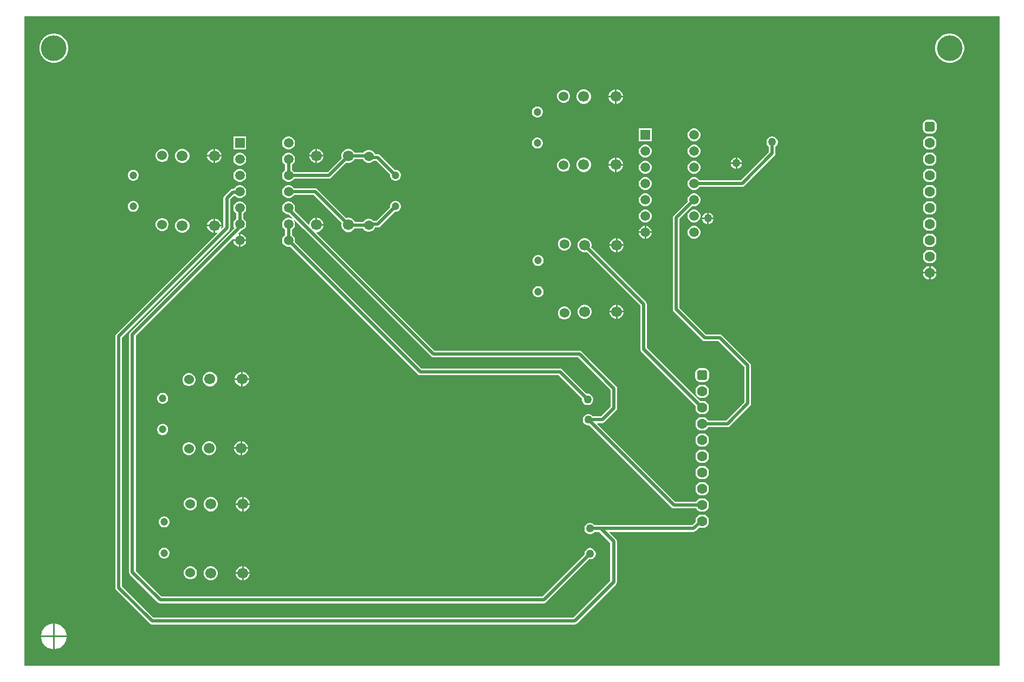
<source format=gbl>
G04*
G04 #@! TF.GenerationSoftware,Altium Limited,Altium Designer,25.8.1 (18)*
G04*
G04 Layer_Physical_Order=2*
G04 Layer_Color=16711680*
%FSLAX44Y44*%
%MOMM*%
G71*
G04*
G04 #@! TF.SameCoordinates,729A6F0E-C14C-4E7B-A74A-3A0F7BF57B29*
G04*
G04*
G04 #@! TF.FilePolarity,Positive*
G04*
G01*
G75*
%ADD13C,0.5000*%
%ADD35C,4.0000*%
%ADD36C,1.6000*%
G04:AMPARAMS|DCode=37|XSize=1.6mm|YSize=1.6mm|CornerRadius=0.4mm|HoleSize=0mm|Usage=FLASHONLY|Rotation=270.000|XOffset=0mm|YOffset=0mm|HoleType=Round|Shape=RoundedRectangle|*
%AMROUNDEDRECTD37*
21,1,1.6000,0.8000,0,0,270.0*
21,1,0.8000,1.6000,0,0,270.0*
1,1,0.8000,-0.4000,-0.4000*
1,1,0.8000,-0.4000,0.4000*
1,1,0.8000,0.4000,0.4000*
1,1,0.8000,0.4000,-0.4000*
%
%ADD37ROUNDEDRECTD37*%
%ADD38C,1.5240*%
%ADD39C,1.7000*%
%ADD40C,1.2000*%
%ADD41R,1.5000X1.5000*%
%ADD42C,1.5000*%
%ADD43C,1.2700*%
G36*
X1524000Y0D02*
X0D01*
Y1016000D01*
X1524000D01*
Y0D01*
D02*
G37*
%LPC*%
G36*
X1448220Y988540D02*
X1443780D01*
X1439425Y987674D01*
X1435323Y985975D01*
X1431632Y983508D01*
X1428492Y980368D01*
X1426025Y976677D01*
X1424326Y972575D01*
X1423460Y968220D01*
Y963780D01*
X1424326Y959425D01*
X1426025Y955323D01*
X1428492Y951632D01*
X1431632Y948492D01*
X1435323Y946025D01*
X1439425Y944326D01*
X1443780Y943460D01*
X1448220D01*
X1452575Y944326D01*
X1456677Y946025D01*
X1460368Y948492D01*
X1463508Y951632D01*
X1465975Y955323D01*
X1467674Y959425D01*
X1468540Y963780D01*
Y968220D01*
X1467674Y972575D01*
X1465975Y976677D01*
X1463508Y980368D01*
X1460368Y983508D01*
X1456677Y985975D01*
X1452575Y987674D01*
X1448220Y988540D01*
D02*
G37*
G36*
X48220D02*
X43780D01*
X39425Y987674D01*
X35323Y985975D01*
X31632Y983508D01*
X28492Y980368D01*
X26025Y976677D01*
X24326Y972575D01*
X23460Y968220D01*
Y963780D01*
X24326Y959425D01*
X26025Y955323D01*
X28492Y951632D01*
X31632Y948492D01*
X35323Y946025D01*
X39425Y944326D01*
X43780Y943460D01*
X48220D01*
X52575Y944326D01*
X56677Y946025D01*
X60368Y948492D01*
X63508Y951632D01*
X65975Y955323D01*
X67674Y959425D01*
X68540Y963780D01*
Y968220D01*
X67674Y972575D01*
X65975Y976677D01*
X63508Y980368D01*
X60368Y983508D01*
X56677Y985975D01*
X52575Y987674D01*
X48220Y988540D01*
D02*
G37*
G36*
X925614Y901310D02*
X925430D01*
Y891540D01*
X935200D01*
Y891723D01*
X934448Y894531D01*
X932994Y897049D01*
X930939Y899104D01*
X928421Y900558D01*
X925614Y901310D01*
D02*
G37*
G36*
X922890D02*
X922707D01*
X919899Y900558D01*
X917382Y899104D01*
X915326Y897049D01*
X913873Y894531D01*
X913120Y891723D01*
Y891540D01*
X922890D01*
Y901310D01*
D02*
G37*
G36*
X843979Y901090D02*
X841304D01*
X838720Y900397D01*
X836404Y899060D01*
X834512Y897168D01*
X833174Y894852D01*
X832482Y892268D01*
Y889592D01*
X833174Y887008D01*
X834512Y884691D01*
X836404Y882800D01*
X838720Y881462D01*
X841304Y880770D01*
X843979D01*
X846564Y881462D01*
X848880Y882800D01*
X850772Y884691D01*
X852110Y887008D01*
X852802Y889592D01*
Y892268D01*
X852110Y894852D01*
X850772Y897168D01*
X848880Y899060D01*
X846564Y900397D01*
X843979Y901090D01*
D02*
G37*
G36*
X935200Y889000D02*
X925430D01*
Y879230D01*
X925614D01*
X928421Y879982D01*
X930939Y881436D01*
X932994Y883491D01*
X934448Y886009D01*
X935200Y888817D01*
Y889000D01*
D02*
G37*
G36*
X922890D02*
X913120D01*
Y888817D01*
X913873Y886009D01*
X915326Y883491D01*
X917382Y881436D01*
X919899Y879982D01*
X922707Y879230D01*
X922890D01*
Y889000D01*
D02*
G37*
G36*
X875613Y901310D02*
X872706D01*
X869899Y900558D01*
X867381Y899104D01*
X865326Y897049D01*
X863872Y894531D01*
X863120Y891723D01*
Y888817D01*
X863872Y886009D01*
X865326Y883491D01*
X867381Y881436D01*
X869899Y879982D01*
X872706Y879230D01*
X875613D01*
X878421Y879982D01*
X880938Y881436D01*
X882994Y883491D01*
X884447Y886009D01*
X885200Y888817D01*
Y891723D01*
X884447Y894531D01*
X882994Y897049D01*
X880938Y899104D01*
X878421Y900558D01*
X875613Y901310D01*
D02*
G37*
G36*
X802750Y874950D02*
X800501D01*
X798329Y874368D01*
X796382Y873244D01*
X794792Y871654D01*
X793668Y869707D01*
X793085Y867535D01*
Y865286D01*
X793668Y863114D01*
X794792Y861167D01*
X796382Y859577D01*
X798329Y858452D01*
X800501Y857870D01*
X802750D01*
X804922Y858452D01*
X806869Y859577D01*
X808459Y861167D01*
X809584Y863114D01*
X810165Y865286D01*
Y867535D01*
X809584Y869707D01*
X808459Y871654D01*
X806869Y873244D01*
X804922Y874368D01*
X802750Y874950D01*
D02*
G37*
G36*
X1418780Y853876D02*
X1410780D01*
X1409073Y853652D01*
X1407482Y852993D01*
X1406116Y851944D01*
X1405067Y850578D01*
X1404408Y848987D01*
X1404184Y847280D01*
Y839280D01*
X1404408Y837573D01*
X1405067Y835982D01*
X1406116Y834616D01*
X1407482Y833567D01*
X1409073Y832908D01*
X1410780Y832684D01*
X1418780D01*
X1420487Y832908D01*
X1422078Y833567D01*
X1423444Y834616D01*
X1424493Y835982D01*
X1425152Y837573D01*
X1425376Y839280D01*
Y847280D01*
X1425152Y848987D01*
X1424493Y850578D01*
X1423444Y851944D01*
X1422078Y852993D01*
X1420487Y853652D01*
X1418780Y853876D01*
D02*
G37*
G36*
X1047802Y840620D02*
X1045158D01*
X1042605Y839936D01*
X1040315Y838614D01*
X1038446Y836745D01*
X1037124Y834455D01*
X1036440Y831902D01*
Y829258D01*
X1037124Y826705D01*
X1038446Y824415D01*
X1040315Y822546D01*
X1042605Y821224D01*
X1045158Y820540D01*
X1047802D01*
X1050355Y821224D01*
X1052645Y822546D01*
X1054514Y824415D01*
X1055836Y826705D01*
X1056520Y829258D01*
Y831902D01*
X1055836Y834455D01*
X1054514Y836745D01*
X1052645Y838614D01*
X1050355Y839936D01*
X1047802Y840620D01*
D02*
G37*
G36*
X980320D02*
X960240D01*
Y820540D01*
X980320D01*
Y840620D01*
D02*
G37*
G36*
X802750Y826150D02*
X800501D01*
X798329Y825568D01*
X796382Y824444D01*
X794792Y822854D01*
X793668Y820907D01*
X793085Y818735D01*
Y816486D01*
X793668Y814314D01*
X794792Y812367D01*
X796382Y810777D01*
X798329Y809652D01*
X800501Y809070D01*
X802750D01*
X804922Y809652D01*
X806869Y810777D01*
X808459Y812367D01*
X809584Y814314D01*
X810165Y816486D01*
Y818735D01*
X809584Y820907D01*
X808459Y822854D01*
X806869Y824444D01*
X804922Y825568D01*
X802750Y826150D01*
D02*
G37*
G36*
X414072Y827920D02*
X411428D01*
X408875Y827236D01*
X406585Y825914D01*
X404716Y824045D01*
X403394Y821755D01*
X402710Y819202D01*
Y816558D01*
X403394Y814005D01*
X404716Y811715D01*
X406585Y809846D01*
X408875Y808524D01*
X411428Y807840D01*
X414072D01*
X416625Y808524D01*
X418915Y809846D01*
X420784Y811715D01*
X422106Y814005D01*
X422790Y816558D01*
Y819202D01*
X422106Y821755D01*
X420784Y824045D01*
X418915Y825914D01*
X416625Y827236D01*
X414072Y827920D01*
D02*
G37*
G36*
X346590D02*
X326510D01*
Y807840D01*
X346590D01*
Y827920D01*
D02*
G37*
G36*
X1416168Y828420D02*
X1413392D01*
X1410712Y827702D01*
X1408308Y826314D01*
X1406346Y824352D01*
X1404958Y821948D01*
X1404240Y819268D01*
Y816492D01*
X1404958Y813812D01*
X1406346Y811408D01*
X1408308Y809446D01*
X1410712Y808058D01*
X1413392Y807340D01*
X1416168D01*
X1418848Y808058D01*
X1421252Y809446D01*
X1423214Y811408D01*
X1424602Y813812D01*
X1425320Y816492D01*
Y819268D01*
X1424602Y821948D01*
X1423214Y824352D01*
X1421252Y826314D01*
X1418848Y827702D01*
X1416168Y828420D01*
D02*
G37*
G36*
X457783Y808600D02*
X457600D01*
Y798830D01*
X467370D01*
Y799013D01*
X466617Y801821D01*
X465164Y804339D01*
X463108Y806394D01*
X460591Y807848D01*
X457783Y808600D01*
D02*
G37*
G36*
X298234D02*
X298050D01*
Y798830D01*
X307820D01*
Y799013D01*
X307068Y801821D01*
X305614Y804339D01*
X303559Y806394D01*
X301042Y807848D01*
X298234Y808600D01*
D02*
G37*
G36*
X295510D02*
X295327D01*
X292519Y807848D01*
X290002Y806394D01*
X287946Y804339D01*
X286493Y801821D01*
X285740Y799013D01*
Y798830D01*
X295510D01*
Y808600D01*
D02*
G37*
G36*
X455060D02*
X454876D01*
X452068Y807848D01*
X449551Y806394D01*
X447496Y804339D01*
X446042Y801821D01*
X445290Y799013D01*
Y798830D01*
X455060D01*
Y808600D01*
D02*
G37*
G36*
X1047802Y815220D02*
X1045158D01*
X1042605Y814536D01*
X1040315Y813214D01*
X1038446Y811345D01*
X1037124Y809055D01*
X1036440Y806502D01*
Y803858D01*
X1037124Y801305D01*
X1038446Y799015D01*
X1040315Y797146D01*
X1042605Y795824D01*
X1045158Y795140D01*
X1047802D01*
X1050355Y795824D01*
X1052645Y797146D01*
X1054514Y799015D01*
X1055836Y801305D01*
X1056520Y803858D01*
Y806502D01*
X1055836Y809055D01*
X1054514Y811345D01*
X1052645Y813214D01*
X1050355Y814536D01*
X1047802Y815220D01*
D02*
G37*
G36*
X971602D02*
X968958D01*
X966405Y814536D01*
X964115Y813214D01*
X962246Y811345D01*
X960924Y809055D01*
X960240Y806502D01*
Y803858D01*
X960924Y801305D01*
X962246Y799015D01*
X964115Y797146D01*
X966405Y795824D01*
X968958Y795140D01*
X971602D01*
X974155Y795824D01*
X976445Y797146D01*
X978314Y799015D01*
X979636Y801305D01*
X980320Y803858D01*
Y806502D01*
X979636Y809055D01*
X978314Y811345D01*
X976445Y813214D01*
X974155Y814536D01*
X971602Y815220D01*
D02*
G37*
G36*
X216601Y808380D02*
X213926D01*
X211342Y807688D01*
X209025Y806350D01*
X207133Y804458D01*
X205796Y802141D01*
X205103Y799557D01*
Y796882D01*
X205796Y794298D01*
X207133Y791982D01*
X209025Y790090D01*
X211342Y788752D01*
X213926Y788060D01*
X216601D01*
X219185Y788752D01*
X221502Y790090D01*
X223393Y791982D01*
X224731Y794298D01*
X225424Y796882D01*
Y799557D01*
X224731Y802141D01*
X223393Y804458D01*
X221502Y806350D01*
X219185Y807688D01*
X216601Y808380D01*
D02*
G37*
G36*
X1113790Y794993D02*
Y787400D01*
X1121383D01*
X1120804Y789561D01*
X1119634Y791589D01*
X1117979Y793244D01*
X1115951Y794414D01*
X1113790Y794993D01*
D02*
G37*
G36*
X1111250D02*
X1109089Y794414D01*
X1107061Y793244D01*
X1105406Y791589D01*
X1104236Y789561D01*
X1103657Y787400D01*
X1111250D01*
Y794993D01*
D02*
G37*
G36*
X467370Y796290D02*
X457600D01*
Y786520D01*
X457783D01*
X460591Y787272D01*
X463108Y788726D01*
X465164Y790781D01*
X466617Y793299D01*
X467370Y796107D01*
Y796290D01*
D02*
G37*
G36*
X455060D02*
X445290D01*
Y796107D01*
X446042Y793299D01*
X447496Y790781D01*
X449551Y788726D01*
X452068Y787272D01*
X454876Y786520D01*
X455060D01*
Y796290D01*
D02*
G37*
G36*
X307820D02*
X298050D01*
Y786520D01*
X298234D01*
X301042Y787272D01*
X303559Y788726D01*
X305614Y790781D01*
X307068Y793299D01*
X307820Y796107D01*
Y796290D01*
D02*
G37*
G36*
X295510D02*
X285740D01*
Y796107D01*
X286493Y793299D01*
X287946Y790781D01*
X290002Y788726D01*
X292519Y787272D01*
X295327Y786520D01*
X295510D01*
Y796290D01*
D02*
G37*
G36*
X248233Y808600D02*
X245326D01*
X242519Y807848D01*
X240001Y806394D01*
X237946Y804339D01*
X236492Y801821D01*
X235740Y799013D01*
Y796107D01*
X236492Y793299D01*
X237946Y790781D01*
X240001Y788726D01*
X242519Y787272D01*
X245326Y786520D01*
X248233D01*
X251041Y787272D01*
X253559Y788726D01*
X255614Y790781D01*
X257067Y793299D01*
X257820Y796107D01*
Y799013D01*
X257067Y801821D01*
X255614Y804339D01*
X253559Y806394D01*
X251041Y807848D01*
X248233Y808600D01*
D02*
G37*
G36*
X925614Y794630D02*
X925430D01*
Y784860D01*
X935200D01*
Y785043D01*
X934448Y787851D01*
X932994Y790369D01*
X930939Y792424D01*
X928421Y793878D01*
X925614Y794630D01*
D02*
G37*
G36*
X922890D02*
X922707D01*
X919899Y793878D01*
X917382Y792424D01*
X915326Y790369D01*
X913873Y787851D01*
X913120Y785043D01*
Y784860D01*
X922890D01*
Y794630D01*
D02*
G37*
G36*
X337872Y802520D02*
X335228D01*
X332675Y801836D01*
X330385Y800514D01*
X328516Y798645D01*
X327194Y796355D01*
X326510Y793802D01*
Y791158D01*
X327194Y788605D01*
X328516Y786315D01*
X330385Y784446D01*
X332675Y783124D01*
X335228Y782440D01*
X337872D01*
X340425Y783124D01*
X342715Y784446D01*
X344584Y786315D01*
X345906Y788605D01*
X346590Y791158D01*
Y793802D01*
X345906Y796355D01*
X344584Y798645D01*
X342715Y800514D01*
X340425Y801836D01*
X337872Y802520D01*
D02*
G37*
G36*
X1416168Y803020D02*
X1413392D01*
X1410712Y802302D01*
X1408308Y800914D01*
X1406346Y798952D01*
X1404958Y796548D01*
X1404240Y793868D01*
Y791092D01*
X1404958Y788412D01*
X1406346Y786008D01*
X1408308Y784046D01*
X1410712Y782658D01*
X1413392Y781940D01*
X1416168D01*
X1418848Y782658D01*
X1421252Y784046D01*
X1423214Y786008D01*
X1424602Y788412D01*
X1425320Y791092D01*
Y793868D01*
X1424602Y796548D01*
X1423214Y798952D01*
X1421252Y800914D01*
X1418848Y802302D01*
X1416168Y803020D01*
D02*
G37*
G36*
X1121383Y784860D02*
X1113790D01*
Y777267D01*
X1115951Y777846D01*
X1117979Y779016D01*
X1119634Y780671D01*
X1120804Y782699D01*
X1121383Y784860D01*
D02*
G37*
G36*
X1111250D02*
X1103657D01*
X1104236Y782699D01*
X1105406Y780671D01*
X1107061Y779016D01*
X1109089Y777846D01*
X1111250Y777267D01*
Y784860D01*
D02*
G37*
G36*
X843979Y793090D02*
X841304D01*
X838720Y792398D01*
X836404Y791060D01*
X834512Y789168D01*
X833174Y786852D01*
X832482Y784268D01*
Y781592D01*
X833174Y779008D01*
X834512Y776692D01*
X836404Y774800D01*
X838720Y773463D01*
X841304Y772770D01*
X843979D01*
X846564Y773463D01*
X848880Y774800D01*
X850772Y776692D01*
X852110Y779008D01*
X852802Y781592D01*
Y784268D01*
X852110Y786852D01*
X850772Y789168D01*
X848880Y791060D01*
X846564Y792398D01*
X843979Y793090D01*
D02*
G37*
G36*
X935200Y782320D02*
X925430D01*
Y772550D01*
X925614D01*
X928421Y773302D01*
X930939Y774756D01*
X932994Y776811D01*
X934448Y779329D01*
X935200Y782137D01*
Y782320D01*
D02*
G37*
G36*
X922890D02*
X913120D01*
Y782137D01*
X913873Y779329D01*
X915326Y776811D01*
X917382Y774756D01*
X919899Y773302D01*
X922707Y772550D01*
X922890D01*
Y782320D01*
D02*
G37*
G36*
X875613Y794630D02*
X872706D01*
X869899Y793878D01*
X867381Y792424D01*
X865326Y790369D01*
X863872Y787851D01*
X863120Y785043D01*
Y782137D01*
X863872Y779329D01*
X865326Y776811D01*
X867381Y774756D01*
X869899Y773302D01*
X872706Y772550D01*
X875613D01*
X878421Y773302D01*
X880938Y774756D01*
X882994Y776811D01*
X884447Y779329D01*
X885200Y782137D01*
Y785043D01*
X884447Y787851D01*
X882994Y790369D01*
X880938Y792424D01*
X878421Y793878D01*
X875613Y794630D01*
D02*
G37*
G36*
X507784Y808600D02*
X504877D01*
X502069Y807848D01*
X499552Y806394D01*
X497496Y804339D01*
X496043Y801821D01*
X495290Y799013D01*
Y796107D01*
X495780Y794277D01*
X473722Y772219D01*
X421376D01*
X420784Y773245D01*
X418915Y775114D01*
X417889Y775706D01*
Y783854D01*
X418915Y784446D01*
X420784Y786315D01*
X422106Y788605D01*
X422790Y791158D01*
Y793802D01*
X422106Y796355D01*
X420784Y798645D01*
X418915Y800514D01*
X416625Y801836D01*
X414072Y802520D01*
X411428D01*
X408875Y801836D01*
X406585Y800514D01*
X404716Y798645D01*
X403394Y796355D01*
X402710Y793802D01*
Y791158D01*
X403394Y788605D01*
X404716Y786315D01*
X406585Y784446D01*
X407611Y783854D01*
Y775706D01*
X406585Y775114D01*
X404716Y773245D01*
X403394Y770955D01*
X402710Y768402D01*
Y765758D01*
X403394Y763205D01*
X404716Y760915D01*
X406585Y759046D01*
X408875Y757724D01*
X411428Y757040D01*
X414072D01*
X416625Y757724D01*
X418915Y759046D01*
X420784Y760915D01*
X421376Y761941D01*
X475850D01*
X477817Y762332D01*
X479484Y763446D01*
X503048Y787010D01*
X504877Y786520D01*
X507784D01*
X510592Y787272D01*
X513109Y788726D01*
X515164Y790781D01*
X515935Y792116D01*
X529139D01*
X529950Y790712D01*
X531842Y788820D01*
X534159Y787482D01*
X536743Y786790D01*
X539418D01*
X542002Y787482D01*
X544319Y788820D01*
X545350Y789852D01*
X550221D01*
X571482Y768592D01*
X571450Y768475D01*
Y766226D01*
X572032Y764054D01*
X573157Y762107D01*
X574747Y760517D01*
X576694Y759392D01*
X578866Y758810D01*
X581115D01*
X583287Y759392D01*
X585234Y760517D01*
X586824Y762107D01*
X587948Y764054D01*
X588530Y766226D01*
Y768475D01*
X587948Y770647D01*
X586824Y772594D01*
X585234Y774184D01*
X583287Y775308D01*
X581115Y775890D01*
X578866D01*
X578749Y775859D01*
X555983Y798624D01*
X554316Y799738D01*
X552349Y800129D01*
X547747D01*
X547548Y800872D01*
X546210Y803188D01*
X544319Y805080D01*
X542002Y806417D01*
X539418Y807110D01*
X536743D01*
X534159Y806417D01*
X531842Y805080D01*
X529950Y803188D01*
X529492Y802394D01*
X516287D01*
X515164Y804339D01*
X513109Y806394D01*
X510592Y807848D01*
X507784Y808600D01*
D02*
G37*
G36*
X1047802Y789820D02*
X1045158D01*
X1042605Y789136D01*
X1040315Y787814D01*
X1038446Y785945D01*
X1037124Y783655D01*
X1036440Y781102D01*
Y778458D01*
X1037124Y775905D01*
X1038446Y773615D01*
X1040315Y771746D01*
X1042605Y770424D01*
X1045158Y769740D01*
X1047802D01*
X1050355Y770424D01*
X1052645Y771746D01*
X1054514Y773615D01*
X1055836Y775905D01*
X1056520Y778458D01*
Y781102D01*
X1055836Y783655D01*
X1054514Y785945D01*
X1052645Y787814D01*
X1050355Y789136D01*
X1047802Y789820D01*
D02*
G37*
G36*
X971602D02*
X968958D01*
X966405Y789136D01*
X964115Y787814D01*
X962246Y785945D01*
X960924Y783655D01*
X960240Y781102D01*
Y778458D01*
X960924Y775905D01*
X962246Y773615D01*
X964115Y771746D01*
X966405Y770424D01*
X968958Y769740D01*
X971602D01*
X974155Y770424D01*
X976445Y771746D01*
X978314Y773615D01*
X979636Y775905D01*
X980320Y778458D01*
Y781102D01*
X979636Y783655D01*
X978314Y785945D01*
X976445Y787814D01*
X974155Y789136D01*
X971602Y789820D01*
D02*
G37*
G36*
X1169570Y828040D02*
X1167230D01*
X1164969Y827434D01*
X1162941Y826264D01*
X1161286Y824609D01*
X1160116Y822581D01*
X1159510Y820320D01*
Y817980D01*
X1160116Y815719D01*
X1161286Y813691D01*
X1162941Y812036D01*
X1163261Y811852D01*
Y803499D01*
X1119281Y759519D01*
X1055106D01*
X1054514Y760545D01*
X1052645Y762414D01*
X1050355Y763736D01*
X1047802Y764420D01*
X1045158D01*
X1042605Y763736D01*
X1040315Y762414D01*
X1038446Y760545D01*
X1037124Y758255D01*
X1036440Y755702D01*
Y753058D01*
X1037124Y750505D01*
X1038446Y748215D01*
X1040315Y746346D01*
X1042605Y745024D01*
X1045158Y744340D01*
X1047802D01*
X1050355Y745024D01*
X1052645Y746346D01*
X1054514Y748215D01*
X1055106Y749241D01*
X1121410D01*
X1123376Y749632D01*
X1125044Y750746D01*
X1172034Y797736D01*
X1173148Y799404D01*
X1173539Y801370D01*
Y811852D01*
X1173859Y812036D01*
X1175514Y813691D01*
X1176684Y815719D01*
X1177290Y817980D01*
Y820320D01*
X1176684Y822581D01*
X1175514Y824609D01*
X1173859Y826264D01*
X1171831Y827434D01*
X1169570Y828040D01*
D02*
G37*
G36*
X171304Y775890D02*
X169056D01*
X166884Y775308D01*
X164936Y774184D01*
X163346Y772594D01*
X162222Y770647D01*
X161640Y768475D01*
Y766226D01*
X162222Y764054D01*
X163346Y762107D01*
X164936Y760517D01*
X166884Y759392D01*
X169056Y758810D01*
X171304D01*
X173476Y759392D01*
X175424Y760517D01*
X177014Y762107D01*
X178138Y764054D01*
X178720Y766226D01*
Y768475D01*
X178138Y770647D01*
X177014Y772594D01*
X175424Y774184D01*
X173476Y775308D01*
X171304Y775890D01*
D02*
G37*
G36*
X337872Y777120D02*
X335228D01*
X332675Y776436D01*
X330385Y775114D01*
X328516Y773245D01*
X327194Y770955D01*
X326510Y768402D01*
Y765758D01*
X327194Y763205D01*
X328516Y760915D01*
X330385Y759046D01*
X332675Y757724D01*
X335228Y757040D01*
X337872D01*
X340425Y757724D01*
X342715Y759046D01*
X344584Y760915D01*
X345906Y763205D01*
X346590Y765758D01*
Y768402D01*
X345906Y770955D01*
X344584Y773245D01*
X342715Y775114D01*
X340425Y776436D01*
X337872Y777120D01*
D02*
G37*
G36*
X1416168Y777620D02*
X1413392D01*
X1410712Y776902D01*
X1408308Y775514D01*
X1406346Y773552D01*
X1404958Y771148D01*
X1404240Y768468D01*
Y765692D01*
X1404958Y763012D01*
X1406346Y760608D01*
X1408308Y758646D01*
X1410712Y757258D01*
X1413392Y756540D01*
X1416168D01*
X1418848Y757258D01*
X1421252Y758646D01*
X1423214Y760608D01*
X1424602Y763012D01*
X1425320Y765692D01*
Y768468D01*
X1424602Y771148D01*
X1423214Y773552D01*
X1421252Y775514D01*
X1418848Y776902D01*
X1416168Y777620D01*
D02*
G37*
G36*
X971602Y764420D02*
X968958D01*
X966405Y763736D01*
X964115Y762414D01*
X962246Y760545D01*
X960924Y758255D01*
X960240Y755702D01*
Y753058D01*
X960924Y750505D01*
X962246Y748215D01*
X964115Y746346D01*
X966405Y745024D01*
X968958Y744340D01*
X971602D01*
X974155Y745024D01*
X976445Y746346D01*
X978314Y748215D01*
X979636Y750505D01*
X980320Y753058D01*
Y755702D01*
X979636Y758255D01*
X978314Y760545D01*
X976445Y762414D01*
X974155Y763736D01*
X971602Y764420D01*
D02*
G37*
G36*
X337872Y751720D02*
X335228D01*
X332675Y751036D01*
X330385Y749714D01*
X328516Y747845D01*
X327620Y746292D01*
X325863D01*
X323897Y745901D01*
X322230Y744787D01*
X312596Y735154D01*
X311482Y733486D01*
X311091Y731520D01*
Y686658D01*
X308335Y683903D01*
X307197Y684560D01*
X307820Y686887D01*
Y687070D01*
X298050D01*
Y677300D01*
X298234D01*
X300560Y677923D01*
X301217Y676785D01*
X143686Y519254D01*
X142572Y517587D01*
X142181Y515620D01*
Y121920D01*
X142572Y119953D01*
X143686Y118286D01*
X195756Y66216D01*
X197423Y65102D01*
X199390Y64711D01*
X859790D01*
X861757Y65102D01*
X863424Y66216D01*
X924384Y127176D01*
X925498Y128843D01*
X925889Y130810D01*
Y194310D01*
X925498Y196276D01*
X924384Y197944D01*
X914009Y208318D01*
X914495Y209491D01*
X1045743D01*
X1047709Y209882D01*
X1049377Y210996D01*
X1054799Y216419D01*
X1055112Y216238D01*
X1057792Y215520D01*
X1060568D01*
X1063248Y216238D01*
X1065652Y217626D01*
X1067614Y219588D01*
X1069002Y221992D01*
X1069720Y224672D01*
Y227448D01*
X1069002Y230128D01*
X1067614Y232532D01*
X1065652Y234494D01*
X1063248Y235882D01*
X1060568Y236600D01*
X1057792D01*
X1055112Y235882D01*
X1052708Y234494D01*
X1050746Y232532D01*
X1049358Y230128D01*
X1048640Y227448D01*
Y224794D01*
X1043614Y219769D01*
X891218D01*
X891034Y220089D01*
X889379Y221744D01*
X887351Y222914D01*
X885090Y223520D01*
X882750D01*
X880489Y222914D01*
X878461Y221744D01*
X876806Y220089D01*
X875636Y218061D01*
X875030Y215800D01*
Y213460D01*
X875636Y211199D01*
X876806Y209171D01*
X878461Y207516D01*
X880489Y206346D01*
X882750Y205740D01*
X885090D01*
X887351Y206346D01*
X889379Y207516D01*
X891034Y209171D01*
X891218Y209491D01*
X898301D01*
X915611Y192181D01*
Y132938D01*
X857662Y74989D01*
X201518D01*
X152459Y124049D01*
Y513492D01*
X319864Y680896D01*
X320978Y682563D01*
X321369Y684530D01*
Y729391D01*
X327212Y735234D01*
X328516Y735515D01*
X330385Y733646D01*
X332675Y732324D01*
X335228Y731640D01*
X337872D01*
X340425Y732324D01*
X342715Y733646D01*
X344584Y735515D01*
X345906Y737805D01*
X346590Y740358D01*
Y743002D01*
X345906Y745555D01*
X344584Y747845D01*
X342715Y749714D01*
X340425Y751036D01*
X337872Y751720D01*
D02*
G37*
G36*
X1416168Y752220D02*
X1413392D01*
X1410712Y751502D01*
X1408308Y750114D01*
X1406346Y748152D01*
X1404958Y745748D01*
X1404240Y743068D01*
Y740292D01*
X1404958Y737612D01*
X1406346Y735208D01*
X1408308Y733246D01*
X1410712Y731858D01*
X1413392Y731140D01*
X1416168D01*
X1418848Y731858D01*
X1421252Y733246D01*
X1423214Y735208D01*
X1424602Y737612D01*
X1425320Y740292D01*
Y743068D01*
X1424602Y745748D01*
X1423214Y748152D01*
X1421252Y750114D01*
X1418848Y751502D01*
X1416168Y752220D01*
D02*
G37*
G36*
X1047802Y739020D02*
X1045158D01*
X1042605Y738336D01*
X1040315Y737014D01*
X1038446Y735145D01*
X1037124Y732855D01*
X1036440Y730302D01*
Y727658D01*
X1036747Y726514D01*
X1014906Y704674D01*
X1013792Y703007D01*
X1013401Y701040D01*
Y557530D01*
X1013792Y555564D01*
X1014906Y553896D01*
X1059356Y509446D01*
X1061023Y508332D01*
X1062990Y507941D01*
X1084992D01*
X1125161Y467771D01*
Y412338D01*
X1096422Y383599D01*
X1068384D01*
X1067614Y384932D01*
X1065652Y386894D01*
X1063248Y388282D01*
X1060568Y389000D01*
X1057792D01*
X1055112Y388282D01*
X1052708Y386894D01*
X1050746Y384932D01*
X1049358Y382528D01*
X1048640Y379848D01*
Y377072D01*
X1049358Y374392D01*
X1050746Y371988D01*
X1052708Y370026D01*
X1055112Y368638D01*
X1057792Y367920D01*
X1060568D01*
X1063248Y368638D01*
X1065652Y370026D01*
X1067614Y371988D01*
X1068384Y373321D01*
X1098550D01*
X1100517Y373712D01*
X1102184Y374826D01*
X1133934Y406576D01*
X1135048Y408243D01*
X1135439Y410210D01*
Y469900D01*
X1135048Y471866D01*
X1133934Y473534D01*
X1090754Y516714D01*
X1089087Y517828D01*
X1087120Y518219D01*
X1065118D01*
X1023679Y559659D01*
Y698912D01*
X1044014Y719247D01*
X1045158Y718940D01*
X1047802D01*
X1050355Y719624D01*
X1052645Y720946D01*
X1054514Y722815D01*
X1055836Y725105D01*
X1056520Y727658D01*
Y730302D01*
X1055836Y732855D01*
X1054514Y735145D01*
X1052645Y737014D01*
X1050355Y738336D01*
X1047802Y739020D01*
D02*
G37*
G36*
X971602D02*
X968958D01*
X966405Y738336D01*
X964115Y737014D01*
X962246Y735145D01*
X960924Y732855D01*
X960240Y730302D01*
Y727658D01*
X960924Y725105D01*
X962246Y722815D01*
X964115Y720946D01*
X966405Y719624D01*
X968958Y718940D01*
X971602D01*
X974155Y719624D01*
X976445Y720946D01*
X978314Y722815D01*
X979636Y725105D01*
X980320Y727658D01*
Y730302D01*
X979636Y732855D01*
X978314Y735145D01*
X976445Y737014D01*
X974155Y738336D01*
X971602Y739020D01*
D02*
G37*
G36*
X414072Y751720D02*
X411428D01*
X408875Y751036D01*
X406585Y749714D01*
X404716Y747845D01*
X403394Y745555D01*
X402710Y743002D01*
Y740358D01*
X403394Y737805D01*
X404716Y735515D01*
X406585Y733646D01*
X408875Y732324D01*
X411428Y731640D01*
X414072D01*
X416625Y732324D01*
X418915Y733646D01*
X420784Y735515D01*
X421376Y736541D01*
X452132D01*
X495780Y692893D01*
X495290Y691063D01*
Y688157D01*
X496043Y685349D01*
X497496Y682831D01*
X499552Y680776D01*
X502069Y679322D01*
X504877Y678570D01*
X507784D01*
X510592Y679322D01*
X513109Y680776D01*
X515164Y682831D01*
X515921Y684141D01*
X529125D01*
X529950Y682712D01*
X531842Y680820D01*
X534159Y679482D01*
X536743Y678790D01*
X539418D01*
X542002Y679482D01*
X544319Y680820D01*
X546210Y682712D01*
X547548Y685029D01*
X547747Y685771D01*
X552349D01*
X554316Y686162D01*
X555983Y687276D01*
X578749Y710042D01*
X578866Y710010D01*
X581115D01*
X583287Y710592D01*
X585234Y711717D01*
X586824Y713307D01*
X587948Y715254D01*
X588530Y717426D01*
Y719675D01*
X587948Y721847D01*
X586824Y723794D01*
X585234Y725384D01*
X583287Y726508D01*
X581115Y727090D01*
X578866D01*
X576694Y726508D01*
X574747Y725384D01*
X573157Y723794D01*
X572032Y721847D01*
X571450Y719675D01*
Y717426D01*
X571482Y717309D01*
X550221Y696048D01*
X545350D01*
X544319Y697080D01*
X542002Y698418D01*
X539418Y699110D01*
X536743D01*
X534159Y698418D01*
X531842Y697080D01*
X529950Y695189D01*
X529506Y694418D01*
X516302D01*
X515164Y696389D01*
X513109Y698444D01*
X510592Y699898D01*
X507784Y700650D01*
X504877D01*
X503048Y700160D01*
X457894Y745314D01*
X456227Y746428D01*
X454260Y746819D01*
X421376D01*
X420784Y747845D01*
X418915Y749714D01*
X416625Y751036D01*
X414072Y751720D01*
D02*
G37*
G36*
X171304Y727090D02*
X169056D01*
X166884Y726508D01*
X164936Y725384D01*
X163346Y723794D01*
X162222Y721847D01*
X161640Y719675D01*
Y717426D01*
X162222Y715254D01*
X163346Y713307D01*
X164936Y711717D01*
X166884Y710592D01*
X169056Y710010D01*
X171304D01*
X173476Y710592D01*
X175424Y711717D01*
X177014Y713307D01*
X178138Y715254D01*
X178720Y717426D01*
Y719675D01*
X178138Y721847D01*
X177014Y723794D01*
X175424Y725384D01*
X173476Y726508D01*
X171304Y727090D01*
D02*
G37*
G36*
X1416168Y726820D02*
X1413392D01*
X1410712Y726102D01*
X1408308Y724714D01*
X1406346Y722752D01*
X1404958Y720348D01*
X1404240Y717668D01*
Y714892D01*
X1404958Y712212D01*
X1406346Y709808D01*
X1408308Y707846D01*
X1410712Y706458D01*
X1413392Y705740D01*
X1416168D01*
X1418848Y706458D01*
X1421252Y707846D01*
X1423214Y709808D01*
X1424602Y712212D01*
X1425320Y714892D01*
Y717668D01*
X1424602Y720348D01*
X1423214Y722752D01*
X1421252Y724714D01*
X1418848Y726102D01*
X1416168Y726820D01*
D02*
G37*
G36*
X1069340Y708633D02*
Y701040D01*
X1076933D01*
X1076354Y703201D01*
X1075184Y705229D01*
X1073529Y706884D01*
X1071501Y708054D01*
X1069340Y708633D01*
D02*
G37*
G36*
X1066800D02*
X1064639Y708054D01*
X1062611Y706884D01*
X1060956Y705229D01*
X1059786Y703201D01*
X1059207Y701040D01*
X1066800D01*
Y708633D01*
D02*
G37*
G36*
X414072Y726320D02*
X411428D01*
X408875Y725636D01*
X406585Y724314D01*
X404716Y722445D01*
X403394Y720155D01*
X402710Y717602D01*
Y714958D01*
X403394Y712405D01*
X404716Y710115D01*
X406585Y708246D01*
X408875Y706924D01*
X411428Y706240D01*
X413284D01*
X419456Y700068D01*
X418676Y699052D01*
X416625Y700236D01*
X414072Y700920D01*
X411428D01*
X408875Y700236D01*
X406585Y698914D01*
X404716Y697045D01*
X403394Y694755D01*
X402710Y692202D01*
Y689558D01*
X403394Y687005D01*
X404716Y684715D01*
X406585Y682846D01*
X407611Y682254D01*
Y674106D01*
X406585Y673514D01*
X404716Y671645D01*
X403394Y669355D01*
X402710Y666802D01*
Y664158D01*
X403394Y661605D01*
X404716Y659315D01*
X406585Y657446D01*
X408875Y656124D01*
X411428Y655440D01*
X414072D01*
X415216Y655747D01*
X614856Y456106D01*
X616524Y454992D01*
X618490Y454601D01*
X834801D01*
X871316Y418087D01*
X871220Y417730D01*
Y415390D01*
X871826Y413129D01*
X872996Y411101D01*
X874651Y409446D01*
X876679Y408276D01*
X878940Y407670D01*
X881280D01*
X883541Y408276D01*
X885569Y409446D01*
X887224Y411101D01*
X888394Y413129D01*
X889000Y415390D01*
Y417730D01*
X888394Y419991D01*
X887224Y422019D01*
X885569Y423674D01*
X883541Y424844D01*
X881280Y425450D01*
X878940D01*
X878583Y425354D01*
X840564Y463374D01*
X838896Y464488D01*
X836930Y464879D01*
X620619D01*
X422483Y663014D01*
X422790Y664158D01*
Y666802D01*
X422106Y669355D01*
X420784Y671645D01*
X418915Y673514D01*
X417889Y674106D01*
Y682254D01*
X418915Y682846D01*
X420784Y684715D01*
X422106Y687005D01*
X422790Y689558D01*
Y692202D01*
X422106Y694755D01*
X420922Y696806D01*
X421938Y697586D01*
X434516Y685008D01*
X434516Y685008D01*
X635478Y484046D01*
X637145Y482932D01*
X639111Y482541D01*
X865282D01*
X916160Y431662D01*
Y405268D01*
X900842Y389949D01*
X888679D01*
X888494Y390269D01*
X886839Y391924D01*
X884811Y393094D01*
X882550Y393700D01*
X880210D01*
X877949Y393094D01*
X875921Y391924D01*
X874266Y390269D01*
X873096Y388241D01*
X872490Y385980D01*
Y383640D01*
X873096Y381379D01*
X874266Y379351D01*
X875921Y377696D01*
X877949Y376526D01*
X880210Y375920D01*
X882550D01*
X882907Y376016D01*
X1011096Y247826D01*
X1012764Y246712D01*
X1014730Y246321D01*
X1049976D01*
X1050746Y244988D01*
X1052708Y243026D01*
X1055112Y241638D01*
X1057792Y240920D01*
X1060568D01*
X1063248Y241638D01*
X1065652Y243026D01*
X1067614Y244988D01*
X1069002Y247392D01*
X1069720Y250072D01*
Y252848D01*
X1069002Y255528D01*
X1067614Y257932D01*
X1065652Y259894D01*
X1063248Y261282D01*
X1060568Y262000D01*
X1057792D01*
X1055112Y261282D01*
X1052708Y259894D01*
X1050746Y257932D01*
X1049976Y256599D01*
X1016859D01*
X894959Y378498D01*
X895445Y379671D01*
X902970D01*
X904937Y380062D01*
X906604Y381176D01*
X924933Y399506D01*
X926047Y401173D01*
X926438Y403139D01*
Y433791D01*
X926047Y435757D01*
X924933Y437425D01*
X871044Y491314D01*
X869377Y492428D01*
X867410Y492819D01*
X641240D01*
X456662Y677397D01*
X457148Y678570D01*
X457783D01*
X460591Y679322D01*
X463108Y680776D01*
X465164Y682831D01*
X466617Y685349D01*
X467370Y688157D01*
Y688340D01*
X456330D01*
Y689610D01*
X455060D01*
Y700650D01*
X454876D01*
X452068Y699898D01*
X449551Y698444D01*
X447496Y696389D01*
X446042Y693871D01*
X445290Y691063D01*
Y690428D01*
X444117Y689942D01*
X441784Y692275D01*
X441784Y692275D01*
X421940Y712118D01*
X422106Y712405D01*
X422790Y714958D01*
Y717602D01*
X422106Y720155D01*
X420784Y722445D01*
X418915Y724314D01*
X416625Y725636D01*
X414072Y726320D01*
D02*
G37*
G36*
X1047802Y713620D02*
X1045158D01*
X1042605Y712936D01*
X1040315Y711614D01*
X1038446Y709745D01*
X1037124Y707455D01*
X1036440Y704902D01*
Y702258D01*
X1037124Y699705D01*
X1038446Y697415D01*
X1040315Y695546D01*
X1042605Y694224D01*
X1045158Y693540D01*
X1047802D01*
X1050355Y694224D01*
X1052645Y695546D01*
X1054514Y697415D01*
X1055836Y699705D01*
X1056520Y702258D01*
Y704902D01*
X1055836Y707455D01*
X1054514Y709745D01*
X1052645Y711614D01*
X1050355Y712936D01*
X1047802Y713620D01*
D02*
G37*
G36*
X971602D02*
X968958D01*
X966405Y712936D01*
X964115Y711614D01*
X962246Y709745D01*
X960924Y707455D01*
X960240Y704902D01*
Y702258D01*
X960924Y699705D01*
X962246Y697415D01*
X964115Y695546D01*
X966405Y694224D01*
X968958Y693540D01*
X971602D01*
X974155Y694224D01*
X976445Y695546D01*
X978314Y697415D01*
X979636Y699705D01*
X980320Y702258D01*
Y704902D01*
X979636Y707455D01*
X978314Y709745D01*
X976445Y711614D01*
X974155Y712936D01*
X971602Y713620D01*
D02*
G37*
G36*
X1076933Y698500D02*
X1069340D01*
Y690907D01*
X1071501Y691486D01*
X1073529Y692656D01*
X1075184Y694311D01*
X1076354Y696339D01*
X1076933Y698500D01*
D02*
G37*
G36*
X1066800D02*
X1059207D01*
X1059786Y696339D01*
X1060956Y694311D01*
X1062611Y692656D01*
X1064639Y691486D01*
X1066800Y690907D01*
Y698500D01*
D02*
G37*
G36*
X457783Y700650D02*
X457600D01*
Y690880D01*
X467370D01*
Y691063D01*
X466617Y693871D01*
X465164Y696389D01*
X463108Y698444D01*
X460591Y699898D01*
X457783Y700650D01*
D02*
G37*
G36*
X298234Y699380D02*
X298050D01*
Y689610D01*
X307820D01*
Y689793D01*
X307068Y692601D01*
X305614Y695119D01*
X303559Y697174D01*
X301042Y698628D01*
X298234Y699380D01*
D02*
G37*
G36*
X295510D02*
X295327D01*
X292519Y698628D01*
X290002Y697174D01*
X287946Y695119D01*
X286493Y692601D01*
X285740Y689793D01*
Y689610D01*
X295510D01*
Y699380D01*
D02*
G37*
G36*
X1416168Y701420D02*
X1413392D01*
X1410712Y700702D01*
X1408308Y699314D01*
X1406346Y697352D01*
X1404958Y694948D01*
X1404240Y692268D01*
Y689492D01*
X1404958Y686812D01*
X1406346Y684408D01*
X1408308Y682446D01*
X1410712Y681058D01*
X1413392Y680340D01*
X1416168D01*
X1418848Y681058D01*
X1421252Y682446D01*
X1423214Y684408D01*
X1424602Y686812D01*
X1425320Y689492D01*
Y692268D01*
X1424602Y694948D01*
X1423214Y697352D01*
X1421252Y699314D01*
X1418848Y700702D01*
X1416168Y701420D01*
D02*
G37*
G36*
X216601Y700380D02*
X213926D01*
X211342Y699688D01*
X209025Y698350D01*
X207133Y696459D01*
X205796Y694142D01*
X205103Y691558D01*
Y688883D01*
X205796Y686299D01*
X207133Y683982D01*
X209025Y682090D01*
X211342Y680752D01*
X213926Y680060D01*
X216601D01*
X219185Y680752D01*
X221502Y682090D01*
X223393Y683982D01*
X224731Y686299D01*
X225424Y688883D01*
Y691558D01*
X224731Y694142D01*
X223393Y696459D01*
X221502Y698350D01*
X219185Y699688D01*
X216601Y700380D01*
D02*
G37*
G36*
X971602Y688220D02*
X971550D01*
Y679450D01*
X980320D01*
Y679502D01*
X979636Y682055D01*
X978314Y684345D01*
X976445Y686214D01*
X974155Y687536D01*
X971602Y688220D01*
D02*
G37*
G36*
X969010D02*
X968958D01*
X966405Y687536D01*
X964115Y686214D01*
X962246Y684345D01*
X960924Y682055D01*
X960240Y679502D01*
Y679450D01*
X969010D01*
Y688220D01*
D02*
G37*
G36*
X295510Y687070D02*
X285740D01*
Y686887D01*
X286493Y684079D01*
X287946Y681561D01*
X290002Y679506D01*
X292519Y678052D01*
X295327Y677300D01*
X295510D01*
Y687070D01*
D02*
G37*
G36*
X248233Y699380D02*
X245326D01*
X242519Y698628D01*
X240001Y697174D01*
X237946Y695119D01*
X236492Y692601D01*
X235740Y689793D01*
Y686887D01*
X236492Y684079D01*
X237946Y681561D01*
X240001Y679506D01*
X242519Y678052D01*
X245326Y677300D01*
X248233D01*
X251041Y678052D01*
X253559Y679506D01*
X255614Y681561D01*
X257067Y684079D01*
X257820Y686887D01*
Y689793D01*
X257067Y692601D01*
X255614Y695119D01*
X253559Y697174D01*
X251041Y698628D01*
X248233Y699380D01*
D02*
G37*
G36*
X1047802Y688220D02*
X1045158D01*
X1042605Y687536D01*
X1040315Y686214D01*
X1038446Y684345D01*
X1037124Y682055D01*
X1036440Y679502D01*
Y676858D01*
X1037124Y674305D01*
X1038446Y672015D01*
X1040315Y670146D01*
X1042605Y668824D01*
X1045158Y668140D01*
X1047802D01*
X1050355Y668824D01*
X1052645Y670146D01*
X1054514Y672015D01*
X1055836Y674305D01*
X1056520Y676858D01*
Y679502D01*
X1055836Y682055D01*
X1054514Y684345D01*
X1052645Y686214D01*
X1050355Y687536D01*
X1047802Y688220D01*
D02*
G37*
G36*
X980320Y676910D02*
X971550D01*
Y668140D01*
X971602D01*
X974155Y668824D01*
X976445Y670146D01*
X978314Y672015D01*
X979636Y674305D01*
X980320Y676858D01*
Y676910D01*
D02*
G37*
G36*
X969010D02*
X960240D01*
Y676858D01*
X960924Y674305D01*
X962246Y672015D01*
X964115Y670146D01*
X966405Y668824D01*
X968958Y668140D01*
X969010D01*
Y676910D01*
D02*
G37*
G36*
X337872Y675520D02*
X337820D01*
Y666750D01*
X346590D01*
Y666802D01*
X345906Y669355D01*
X344584Y671645D01*
X342715Y673514D01*
X340425Y674836D01*
X337872Y675520D01*
D02*
G37*
G36*
Y726320D02*
X335228D01*
X332675Y725636D01*
X330385Y724314D01*
X328516Y722445D01*
X327194Y720155D01*
X326510Y717602D01*
Y714958D01*
X327194Y712405D01*
X328516Y710115D01*
X330385Y708246D01*
X331411Y707654D01*
Y699506D01*
X330385Y698914D01*
X328516Y697045D01*
X327194Y694755D01*
X326510Y692202D01*
Y689558D01*
X327194Y687005D01*
X328400Y684917D01*
X165262Y521779D01*
X164148Y520112D01*
X163757Y518145D01*
Y146065D01*
X164148Y144098D01*
X165262Y142431D01*
X208456Y99236D01*
X210124Y98122D01*
X212090Y97731D01*
X811530D01*
X813496Y98122D01*
X815164Y99236D01*
X882393Y166466D01*
X882750Y166370D01*
X885090D01*
X887351Y166976D01*
X889379Y168146D01*
X891034Y169801D01*
X892204Y171829D01*
X892810Y174090D01*
Y176430D01*
X892204Y178691D01*
X891034Y180719D01*
X889379Y182374D01*
X887351Y183544D01*
X885090Y184150D01*
X882750D01*
X880489Y183544D01*
X878461Y182374D01*
X876806Y180719D01*
X875636Y178691D01*
X875030Y176430D01*
Y174090D01*
X875126Y173733D01*
X809401Y108009D01*
X214219D01*
X174034Y148193D01*
Y516017D01*
X325438Y667421D01*
X326121Y667027D01*
X326447Y666750D01*
X335280D01*
Y675583D01*
X335003Y675909D01*
X334609Y676592D01*
X338270Y680253D01*
X338835Y681098D01*
X340425Y681524D01*
X342715Y682846D01*
X344584Y684715D01*
X345906Y687005D01*
X346590Y689558D01*
Y692202D01*
X345906Y694755D01*
X344584Y697045D01*
X342715Y698914D01*
X341689Y699506D01*
Y707654D01*
X342715Y708246D01*
X344584Y710115D01*
X345906Y712405D01*
X346590Y714958D01*
Y717602D01*
X345906Y720155D01*
X344584Y722445D01*
X342715Y724314D01*
X340425Y725636D01*
X337872Y726320D01*
D02*
G37*
G36*
X926884Y668900D02*
X926700D01*
Y659130D01*
X936470D01*
Y659313D01*
X935718Y662121D01*
X934264Y664639D01*
X932209Y666694D01*
X929691Y668148D01*
X926884Y668900D01*
D02*
G37*
G36*
X924160D02*
X923977D01*
X921169Y668148D01*
X918652Y666694D01*
X916596Y664639D01*
X915143Y662121D01*
X914390Y659313D01*
Y659130D01*
X924160D01*
Y668900D01*
D02*
G37*
G36*
X346590Y664210D02*
X337820D01*
Y655440D01*
X337872D01*
X340425Y656124D01*
X342715Y657446D01*
X344584Y659315D01*
X345906Y661605D01*
X346590Y664158D01*
Y664210D01*
D02*
G37*
G36*
X335280D02*
X326510D01*
Y664158D01*
X327194Y661605D01*
X328516Y659315D01*
X330385Y657446D01*
X332675Y656124D01*
X335228Y655440D01*
X335280D01*
Y664210D01*
D02*
G37*
G36*
X1416168Y676020D02*
X1413392D01*
X1410712Y675302D01*
X1408308Y673914D01*
X1406346Y671952D01*
X1404958Y669548D01*
X1404240Y666868D01*
Y664092D01*
X1404958Y661412D01*
X1406346Y659008D01*
X1408308Y657046D01*
X1410712Y655658D01*
X1413392Y654940D01*
X1416168D01*
X1418848Y655658D01*
X1421252Y657046D01*
X1423214Y659008D01*
X1424602Y661412D01*
X1425320Y664092D01*
Y666868D01*
X1424602Y669548D01*
X1423214Y671952D01*
X1421252Y673914D01*
X1418848Y675302D01*
X1416168Y676020D01*
D02*
G37*
G36*
X845251Y669950D02*
X842576D01*
X839992Y669258D01*
X837675Y667920D01*
X835783Y666028D01*
X834446Y663711D01*
X833754Y661127D01*
Y658452D01*
X834446Y655868D01*
X835783Y653551D01*
X837675Y651660D01*
X839992Y650322D01*
X842576Y649630D01*
X845251D01*
X847835Y650322D01*
X850152Y651660D01*
X852044Y653551D01*
X853381Y655868D01*
X854073Y658452D01*
Y661127D01*
X853381Y663711D01*
X852044Y666028D01*
X850152Y667920D01*
X847835Y669258D01*
X845251Y669950D01*
D02*
G37*
G36*
X936470Y656590D02*
X926700D01*
Y646820D01*
X926884D01*
X929691Y647572D01*
X932209Y649026D01*
X934264Y651081D01*
X935718Y653599D01*
X936470Y656407D01*
Y656590D01*
D02*
G37*
G36*
X924160D02*
X914390D01*
Y656407D01*
X915143Y653599D01*
X916596Y651081D01*
X918652Y649026D01*
X921169Y647572D01*
X923977Y646820D01*
X924160D01*
Y656590D01*
D02*
G37*
G36*
X1416168Y650620D02*
X1413392D01*
X1410712Y649902D01*
X1408308Y648514D01*
X1406346Y646552D01*
X1404958Y644148D01*
X1404240Y641468D01*
Y638692D01*
X1404958Y636012D01*
X1406346Y633608D01*
X1408308Y631646D01*
X1410712Y630258D01*
X1413392Y629540D01*
X1416168D01*
X1418848Y630258D01*
X1421252Y631646D01*
X1423214Y633608D01*
X1424602Y636012D01*
X1425320Y638692D01*
Y641468D01*
X1424602Y644148D01*
X1423214Y646552D01*
X1421252Y648514D01*
X1418848Y649902D01*
X1416168Y650620D01*
D02*
G37*
G36*
X804020Y642540D02*
X801771D01*
X799599Y641958D01*
X797652Y640834D01*
X796062Y639244D01*
X794938Y637297D01*
X794355Y635125D01*
Y632876D01*
X794938Y630704D01*
X796062Y628757D01*
X797652Y627167D01*
X799599Y626042D01*
X801771Y625460D01*
X804020D01*
X806192Y626042D01*
X808139Y627167D01*
X809729Y628757D01*
X810854Y630704D01*
X811435Y632876D01*
Y635125D01*
X810854Y637297D01*
X809729Y639244D01*
X808139Y640834D01*
X806192Y641958D01*
X804020Y642540D01*
D02*
G37*
G36*
X1416168Y625220D02*
X1416050D01*
Y615950D01*
X1425320D01*
Y616068D01*
X1424602Y618748D01*
X1423214Y621152D01*
X1421252Y623114D01*
X1418848Y624502D01*
X1416168Y625220D01*
D02*
G37*
G36*
X1413510D02*
X1413392D01*
X1410712Y624502D01*
X1408308Y623114D01*
X1406346Y621152D01*
X1404958Y618748D01*
X1404240Y616068D01*
Y615950D01*
X1413510D01*
Y625220D01*
D02*
G37*
G36*
X1425320Y613410D02*
X1416050D01*
Y604140D01*
X1416168D01*
X1418848Y604858D01*
X1421252Y606246D01*
X1423214Y608208D01*
X1424602Y610612D01*
X1425320Y613292D01*
Y613410D01*
D02*
G37*
G36*
X1413510D02*
X1404240D01*
Y613292D01*
X1404958Y610612D01*
X1406346Y608208D01*
X1408308Y606246D01*
X1410712Y604858D01*
X1413392Y604140D01*
X1413510D01*
Y613410D01*
D02*
G37*
G36*
X804020Y593740D02*
X801771D01*
X799599Y593158D01*
X797652Y592034D01*
X796062Y590444D01*
X794938Y588497D01*
X794355Y586325D01*
Y584076D01*
X794938Y581904D01*
X796062Y579957D01*
X797652Y578367D01*
X799599Y577242D01*
X801771Y576660D01*
X804020D01*
X806192Y577242D01*
X808139Y578367D01*
X809729Y579957D01*
X810854Y581904D01*
X811435Y584076D01*
Y586325D01*
X810854Y588497D01*
X809729Y590444D01*
X808139Y592034D01*
X806192Y593158D01*
X804020Y593740D01*
D02*
G37*
G36*
X926884Y564760D02*
X926700D01*
Y554990D01*
X936470D01*
Y555173D01*
X935718Y557981D01*
X934264Y560499D01*
X932209Y562554D01*
X929691Y564008D01*
X926884Y564760D01*
D02*
G37*
G36*
X924160D02*
X923977D01*
X921169Y564008D01*
X918652Y562554D01*
X916596Y560499D01*
X915143Y557981D01*
X914390Y555173D01*
Y554990D01*
X924160D01*
Y564760D01*
D02*
G37*
G36*
X936470Y552450D02*
X926700D01*
Y542680D01*
X926884D01*
X929691Y543432D01*
X932209Y544886D01*
X934264Y546941D01*
X935718Y549459D01*
X936470Y552267D01*
Y552450D01*
D02*
G37*
G36*
X924160D02*
X914390D01*
Y552267D01*
X915143Y549459D01*
X916596Y546941D01*
X918652Y544886D01*
X921169Y543432D01*
X923977Y542680D01*
X924160D01*
Y552450D01*
D02*
G37*
G36*
X876883Y564760D02*
X873976D01*
X871169Y564008D01*
X868651Y562554D01*
X866596Y560499D01*
X865142Y557981D01*
X864390Y555173D01*
Y552267D01*
X865142Y549459D01*
X866596Y546941D01*
X868651Y544886D01*
X871169Y543432D01*
X873976Y542680D01*
X876883D01*
X879691Y543432D01*
X882208Y544886D01*
X884264Y546941D01*
X885717Y549459D01*
X886470Y552267D01*
Y555173D01*
X885717Y557981D01*
X884264Y560499D01*
X882208Y562554D01*
X879691Y564008D01*
X876883Y564760D01*
D02*
G37*
G36*
X845251Y561950D02*
X842576D01*
X839992Y561258D01*
X837675Y559920D01*
X835783Y558028D01*
X834446Y555712D01*
X833754Y553128D01*
Y550452D01*
X834446Y547868D01*
X835783Y545552D01*
X837675Y543660D01*
X839992Y542323D01*
X842576Y541630D01*
X845251D01*
X847835Y542323D01*
X850152Y543660D01*
X852044Y545552D01*
X853381Y547868D01*
X854073Y550452D01*
Y553128D01*
X853381Y555712D01*
X852044Y558028D01*
X850152Y559920D01*
X847835Y561258D01*
X845251Y561950D01*
D02*
G37*
G36*
X341414Y459350D02*
X341230D01*
Y449580D01*
X351000D01*
Y449763D01*
X350248Y452571D01*
X348794Y455089D01*
X346739Y457144D01*
X344221Y458598D01*
X341414Y459350D01*
D02*
G37*
G36*
X338690D02*
X338507D01*
X335699Y458598D01*
X333181Y457144D01*
X331126Y455089D01*
X329673Y452571D01*
X328920Y449763D01*
Y449580D01*
X338690D01*
Y459350D01*
D02*
G37*
G36*
X1063180Y465256D02*
X1055180D01*
X1053473Y465032D01*
X1051882Y464373D01*
X1050516Y463324D01*
X1049467Y461958D01*
X1048808Y460367D01*
X1048584Y458660D01*
Y450660D01*
X1048808Y448953D01*
X1049467Y447362D01*
X1050516Y445996D01*
X1051882Y444947D01*
X1053473Y444288D01*
X1055180Y444064D01*
X1063180D01*
X1064887Y444288D01*
X1066478Y444947D01*
X1067844Y445996D01*
X1068893Y447362D01*
X1069552Y448953D01*
X1069776Y450660D01*
Y458660D01*
X1069552Y460367D01*
X1068893Y461958D01*
X1067844Y463324D01*
X1066478Y464373D01*
X1064887Y465032D01*
X1063180Y465256D01*
D02*
G37*
G36*
X258511Y457860D02*
X255836D01*
X253252Y457168D01*
X250935Y455830D01*
X249043Y453938D01*
X247706Y451622D01*
X247013Y449038D01*
Y446362D01*
X247706Y443778D01*
X249043Y441461D01*
X250935Y439570D01*
X253252Y438232D01*
X255836Y437540D01*
X258511D01*
X261095Y438232D01*
X263412Y439570D01*
X265303Y441461D01*
X266641Y443778D01*
X267334Y446362D01*
Y449038D01*
X266641Y451622D01*
X265303Y453938D01*
X263412Y455830D01*
X261095Y457168D01*
X258511Y457860D01*
D02*
G37*
G36*
X351000Y447040D02*
X341230D01*
Y437270D01*
X341414D01*
X344221Y438022D01*
X346739Y439476D01*
X348794Y441531D01*
X350248Y444049D01*
X351000Y446857D01*
Y447040D01*
D02*
G37*
G36*
X338690D02*
X328920D01*
Y446857D01*
X329673Y444049D01*
X331126Y441531D01*
X333181Y439476D01*
X335699Y438022D01*
X338507Y437270D01*
X338690D01*
Y447040D01*
D02*
G37*
G36*
X291413Y459350D02*
X288506D01*
X285699Y458598D01*
X283181Y457144D01*
X281126Y455089D01*
X279672Y452571D01*
X278920Y449763D01*
Y446857D01*
X279672Y444049D01*
X281126Y441531D01*
X283181Y439476D01*
X285699Y438022D01*
X288506Y437270D01*
X291413D01*
X294221Y438022D01*
X296738Y439476D01*
X298794Y441531D01*
X300247Y444049D01*
X301000Y446857D01*
Y449763D01*
X300247Y452571D01*
X298794Y455089D01*
X296738Y457144D01*
X294221Y458598D01*
X291413Y459350D01*
D02*
G37*
G36*
X1060568Y439800D02*
X1057792D01*
X1055112Y439082D01*
X1052708Y437694D01*
X1050746Y435732D01*
X1049358Y433328D01*
X1048640Y430648D01*
Y427872D01*
X1049358Y425192D01*
X1050746Y422788D01*
X1052708Y420826D01*
X1055112Y419438D01*
X1057792Y418720D01*
X1060568D01*
X1063248Y419438D01*
X1065652Y420826D01*
X1067614Y422788D01*
X1069002Y425192D01*
X1069720Y427872D01*
Y430648D01*
X1069002Y433328D01*
X1067614Y435732D01*
X1065652Y437694D01*
X1063248Y439082D01*
X1060568Y439800D01*
D02*
G37*
G36*
X217280Y426910D02*
X215031D01*
X212859Y426328D01*
X210912Y425204D01*
X209322Y423614D01*
X208197Y421666D01*
X207616Y419494D01*
Y417246D01*
X208197Y415074D01*
X209322Y413126D01*
X210912Y411536D01*
X212859Y410412D01*
X215031Y409830D01*
X217280D01*
X219452Y410412D01*
X221399Y411536D01*
X222989Y413126D01*
X224114Y415074D01*
X224695Y417246D01*
Y419494D01*
X224114Y421666D01*
X222989Y423614D01*
X221399Y425204D01*
X219452Y426328D01*
X217280Y426910D01*
D02*
G37*
G36*
X876883Y668900D02*
X873976D01*
X871169Y668148D01*
X868651Y666694D01*
X866596Y664639D01*
X865142Y662121D01*
X864390Y659313D01*
Y656407D01*
X865142Y653599D01*
X866596Y651081D01*
X868651Y649026D01*
X871169Y647572D01*
X873976Y646820D01*
X876883D01*
X878712Y647310D01*
X962262Y563761D01*
Y495639D01*
X962653Y493673D01*
X963767Y492006D01*
X1049038Y406734D01*
X1048640Y405248D01*
Y402472D01*
X1049358Y399792D01*
X1050746Y397388D01*
X1052708Y395426D01*
X1055112Y394038D01*
X1057792Y393320D01*
X1060568D01*
X1063248Y394038D01*
X1065652Y395426D01*
X1067614Y397388D01*
X1069002Y399792D01*
X1069720Y402472D01*
Y405248D01*
X1069002Y407928D01*
X1067614Y410332D01*
X1065652Y412294D01*
X1063248Y413682D01*
X1060568Y414400D01*
X1057792D01*
X1056306Y414002D01*
X972539Y497768D01*
Y565889D01*
X972148Y567856D01*
X971034Y569523D01*
X885980Y654577D01*
X886470Y656407D01*
Y659313D01*
X885717Y662121D01*
X884264Y664639D01*
X882208Y666694D01*
X879691Y668148D01*
X876883Y668900D01*
D02*
G37*
G36*
X217280Y378110D02*
X215031D01*
X212859Y377528D01*
X210912Y376404D01*
X209322Y374814D01*
X208197Y372866D01*
X207616Y370694D01*
Y368446D01*
X208197Y366274D01*
X209322Y364326D01*
X210912Y362736D01*
X212859Y361612D01*
X215031Y361030D01*
X217280D01*
X219452Y361612D01*
X221399Y362736D01*
X222989Y364326D01*
X224114Y366274D01*
X224695Y368446D01*
Y370694D01*
X224114Y372866D01*
X222989Y374814D01*
X221399Y376404D01*
X219452Y377528D01*
X217280Y378110D01*
D02*
G37*
G36*
X1060568Y363600D02*
X1057792D01*
X1055112Y362882D01*
X1052708Y361494D01*
X1050746Y359532D01*
X1049358Y357128D01*
X1048640Y354448D01*
Y351672D01*
X1049358Y348992D01*
X1050746Y346588D01*
X1052708Y344626D01*
X1055112Y343238D01*
X1057792Y342520D01*
X1060568D01*
X1063248Y343238D01*
X1065652Y344626D01*
X1067614Y346588D01*
X1069002Y348992D01*
X1069720Y351672D01*
Y354448D01*
X1069002Y357128D01*
X1067614Y359532D01*
X1065652Y361494D01*
X1063248Y362882D01*
X1060568Y363600D01*
D02*
G37*
G36*
X340144Y351400D02*
X339960D01*
Y341630D01*
X349730D01*
Y341813D01*
X348978Y344621D01*
X347524Y347139D01*
X345469Y349194D01*
X342952Y350648D01*
X340144Y351400D01*
D02*
G37*
G36*
X337420D02*
X337237D01*
X334429Y350648D01*
X331912Y349194D01*
X329856Y347139D01*
X328403Y344621D01*
X327650Y341813D01*
Y341630D01*
X337420D01*
Y351400D01*
D02*
G37*
G36*
X258511Y349860D02*
X255836D01*
X253252Y349168D01*
X250935Y347830D01*
X249043Y345938D01*
X247706Y343622D01*
X247013Y341038D01*
Y338363D01*
X247706Y335779D01*
X249043Y333462D01*
X250935Y331570D01*
X253252Y330233D01*
X255836Y329540D01*
X258511D01*
X261095Y330233D01*
X263412Y331570D01*
X265303Y333462D01*
X266641Y335779D01*
X267334Y338363D01*
Y341038D01*
X266641Y343622D01*
X265303Y345938D01*
X263412Y347830D01*
X261095Y349168D01*
X258511Y349860D01*
D02*
G37*
G36*
X349730Y339090D02*
X339960D01*
Y329320D01*
X340144D01*
X342952Y330072D01*
X345469Y331526D01*
X347524Y333581D01*
X348978Y336099D01*
X349730Y338907D01*
Y339090D01*
D02*
G37*
G36*
X337420D02*
X327650D01*
Y338907D01*
X328403Y336099D01*
X329856Y333581D01*
X331912Y331526D01*
X334429Y330072D01*
X337237Y329320D01*
X337420D01*
Y339090D01*
D02*
G37*
G36*
X290143Y351400D02*
X287236D01*
X284429Y350648D01*
X281911Y349194D01*
X279856Y347139D01*
X278402Y344621D01*
X277650Y341813D01*
Y338907D01*
X278402Y336099D01*
X279856Y333581D01*
X281911Y331526D01*
X284429Y330072D01*
X287236Y329320D01*
X290143D01*
X292951Y330072D01*
X295469Y331526D01*
X297524Y333581D01*
X298977Y336099D01*
X299730Y338907D01*
Y341813D01*
X298977Y344621D01*
X297524Y347139D01*
X295469Y349194D01*
X292951Y350648D01*
X290143Y351400D01*
D02*
G37*
G36*
X1060568Y338200D02*
X1057792D01*
X1055112Y337482D01*
X1052708Y336094D01*
X1050746Y334132D01*
X1049358Y331728D01*
X1048640Y329048D01*
Y326272D01*
X1049358Y323592D01*
X1050746Y321188D01*
X1052708Y319226D01*
X1055112Y317838D01*
X1057792Y317120D01*
X1060568D01*
X1063248Y317838D01*
X1065652Y319226D01*
X1067614Y321188D01*
X1069002Y323592D01*
X1069720Y326272D01*
Y329048D01*
X1069002Y331728D01*
X1067614Y334132D01*
X1065652Y336094D01*
X1063248Y337482D01*
X1060568Y338200D01*
D02*
G37*
G36*
Y312800D02*
X1057792D01*
X1055112Y312082D01*
X1052708Y310694D01*
X1050746Y308732D01*
X1049358Y306328D01*
X1048640Y303648D01*
Y300872D01*
X1049358Y298192D01*
X1050746Y295788D01*
X1052708Y293826D01*
X1055112Y292438D01*
X1057792Y291720D01*
X1060568D01*
X1063248Y292438D01*
X1065652Y293826D01*
X1067614Y295788D01*
X1069002Y298192D01*
X1069720Y300872D01*
Y303648D01*
X1069002Y306328D01*
X1067614Y308732D01*
X1065652Y310694D01*
X1063248Y312082D01*
X1060568Y312800D01*
D02*
G37*
G36*
Y287400D02*
X1057792D01*
X1055112Y286682D01*
X1052708Y285294D01*
X1050746Y283332D01*
X1049358Y280928D01*
X1048640Y278248D01*
Y275472D01*
X1049358Y272792D01*
X1050746Y270388D01*
X1052708Y268426D01*
X1055112Y267038D01*
X1057792Y266320D01*
X1060568D01*
X1063248Y267038D01*
X1065652Y268426D01*
X1067614Y270388D01*
X1069002Y272792D01*
X1069720Y275472D01*
Y278248D01*
X1069002Y280928D01*
X1067614Y283332D01*
X1065652Y285294D01*
X1063248Y286682D01*
X1060568Y287400D01*
D02*
G37*
G36*
X342684Y263770D02*
X342500D01*
Y254000D01*
X352270D01*
Y254183D01*
X351518Y256991D01*
X350064Y259509D01*
X348009Y261564D01*
X345491Y263018D01*
X342684Y263770D01*
D02*
G37*
G36*
X339960D02*
X339777D01*
X336969Y263018D01*
X334451Y261564D01*
X332396Y259509D01*
X330943Y256991D01*
X330190Y254183D01*
Y254000D01*
X339960D01*
Y263770D01*
D02*
G37*
G36*
X260795Y263550D02*
X258120D01*
X255536Y262857D01*
X253220Y261520D01*
X251328Y259628D01*
X249990Y257311D01*
X249298Y254727D01*
Y252052D01*
X249990Y249468D01*
X251328Y247152D01*
X253220Y245260D01*
X255536Y243922D01*
X258120Y243230D01*
X260795D01*
X263380Y243922D01*
X265696Y245260D01*
X267588Y247152D01*
X268926Y249468D01*
X269618Y252052D01*
Y254727D01*
X268926Y257311D01*
X267588Y259628D01*
X265696Y261520D01*
X263380Y262857D01*
X260795Y263550D01*
D02*
G37*
G36*
X352270Y251460D02*
X342500D01*
Y241690D01*
X342684D01*
X345491Y242442D01*
X348009Y243896D01*
X350064Y245951D01*
X351518Y248469D01*
X352270Y251277D01*
Y251460D01*
D02*
G37*
G36*
X339960D02*
X330190D01*
Y251277D01*
X330943Y248469D01*
X332396Y245951D01*
X334451Y243896D01*
X336969Y242442D01*
X339777Y241690D01*
X339960D01*
Y251460D01*
D02*
G37*
G36*
X292683Y263770D02*
X289776D01*
X286968Y263018D01*
X284451Y261564D01*
X282396Y259509D01*
X280942Y256991D01*
X280190Y254183D01*
Y251277D01*
X280942Y248469D01*
X282396Y245951D01*
X284451Y243896D01*
X286968Y242442D01*
X289776Y241690D01*
X292683D01*
X295491Y242442D01*
X298008Y243896D01*
X300064Y245951D01*
X301517Y248469D01*
X302270Y251277D01*
Y254183D01*
X301517Y256991D01*
X300064Y259509D01*
X298008Y261564D01*
X295491Y263018D01*
X292683Y263770D01*
D02*
G37*
G36*
X219564Y233600D02*
X217316D01*
X215144Y233018D01*
X213196Y231894D01*
X211606Y230304D01*
X210482Y228357D01*
X209900Y226185D01*
Y223936D01*
X210482Y221764D01*
X211606Y219817D01*
X213196Y218227D01*
X215144Y217102D01*
X217316Y216520D01*
X219564D01*
X221736Y217102D01*
X223684Y218227D01*
X225274Y219817D01*
X226398Y221764D01*
X226980Y223936D01*
Y226185D01*
X226398Y228357D01*
X225274Y230304D01*
X223684Y231894D01*
X221736Y233018D01*
X219564Y233600D01*
D02*
G37*
G36*
Y184800D02*
X217316D01*
X215144Y184218D01*
X213196Y183094D01*
X211606Y181504D01*
X210482Y179557D01*
X209900Y177385D01*
Y175136D01*
X210482Y172964D01*
X211606Y171017D01*
X213196Y169427D01*
X215144Y168302D01*
X217316Y167720D01*
X219564D01*
X221736Y168302D01*
X223684Y169427D01*
X225274Y171017D01*
X226398Y172964D01*
X226980Y175136D01*
Y177385D01*
X226398Y179557D01*
X225274Y181504D01*
X223684Y183094D01*
X221736Y184218D01*
X219564Y184800D01*
D02*
G37*
G36*
X342684Y155820D02*
X342500D01*
Y146050D01*
X352270D01*
Y146233D01*
X351518Y149041D01*
X350064Y151559D01*
X348009Y153614D01*
X345491Y155068D01*
X342684Y155820D01*
D02*
G37*
G36*
X339960D02*
X339777D01*
X336969Y155068D01*
X334451Y153614D01*
X332396Y151559D01*
X330943Y149041D01*
X330190Y146233D01*
Y146050D01*
X339960D01*
Y155820D01*
D02*
G37*
G36*
X260795Y155550D02*
X258120D01*
X255536Y154858D01*
X253220Y153520D01*
X251328Y151629D01*
X249990Y149312D01*
X249298Y146728D01*
Y144052D01*
X249990Y141468D01*
X251328Y139152D01*
X253220Y137260D01*
X255536Y135922D01*
X258120Y135230D01*
X260795D01*
X263380Y135922D01*
X265696Y137260D01*
X267588Y139152D01*
X268926Y141468D01*
X269618Y144052D01*
Y146728D01*
X268926Y149312D01*
X267588Y151629D01*
X265696Y153520D01*
X263380Y154858D01*
X260795Y155550D01*
D02*
G37*
G36*
X352270Y143510D02*
X342500D01*
Y133740D01*
X342684D01*
X345491Y134492D01*
X348009Y135946D01*
X350064Y138001D01*
X351518Y140519D01*
X352270Y143327D01*
Y143510D01*
D02*
G37*
G36*
X339960D02*
X330190D01*
Y143327D01*
X330943Y140519D01*
X332396Y138001D01*
X334451Y135946D01*
X336969Y134492D01*
X339777Y133740D01*
X339960D01*
Y143510D01*
D02*
G37*
G36*
X292683Y155820D02*
X289776D01*
X286968Y155068D01*
X284451Y153614D01*
X282396Y151559D01*
X280942Y149041D01*
X280190Y146233D01*
Y143327D01*
X280942Y140519D01*
X282396Y138001D01*
X284451Y135946D01*
X286968Y134492D01*
X289776Y133740D01*
X292683D01*
X295491Y134492D01*
X298008Y135946D01*
X300064Y138001D01*
X301517Y140519D01*
X302270Y143327D01*
Y146233D01*
X301517Y149041D01*
X300064Y151559D01*
X298008Y153614D01*
X295491Y155068D01*
X292683Y155820D01*
D02*
G37*
G36*
X47974Y66040D02*
X47270D01*
Y47270D01*
X66040D01*
Y47974D01*
X65270Y51845D01*
X63759Y55493D01*
X61566Y58775D01*
X58775Y61566D01*
X55493Y63759D01*
X51845Y65270D01*
X47974Y66040D01*
D02*
G37*
G36*
X44730D02*
X44026D01*
X40155Y65270D01*
X36507Y63759D01*
X33225Y61566D01*
X30434Y58775D01*
X28241Y55493D01*
X26730Y51845D01*
X25960Y47974D01*
Y47270D01*
X44730D01*
Y66040D01*
D02*
G37*
G36*
X66040Y44730D02*
X47270D01*
Y25960D01*
X47974D01*
X51845Y26730D01*
X55493Y28241D01*
X58775Y30434D01*
X61566Y33225D01*
X63759Y36507D01*
X65270Y40155D01*
X66040Y44026D01*
Y44730D01*
D02*
G37*
G36*
X44730D02*
X25960D01*
Y44026D01*
X26730Y40155D01*
X28241Y36507D01*
X30434Y33225D01*
X33225Y30434D01*
X36507Y28241D01*
X40155Y26730D01*
X44026Y25960D01*
X44730D01*
Y44730D01*
D02*
G37*
%LPD*%
D13*
X1018540Y701040D02*
X1046480Y728980D01*
X1018540Y557530D02*
Y701040D01*
Y557530D02*
X1062990Y513080D01*
X1130300Y410210D02*
Y469900D01*
X1087120Y513080D02*
X1130300Y469900D01*
X1098550Y378460D02*
X1130300Y410210D01*
X1062990Y513080D02*
X1087120D01*
X1059180Y378460D02*
X1098550D01*
X1046480Y754380D02*
X1121410D01*
X1168400Y801370D01*
X967401Y495639D02*
X1059180Y403860D01*
X967401Y495639D02*
Y565889D01*
X875430Y657860D02*
X967401Y565889D01*
X1014730Y251460D02*
X1059180D01*
X881380Y384810D02*
X1014730Y251460D01*
X412750Y665480D02*
X618490Y459740D01*
X412750Y714041D02*
X438150Y688641D01*
X412750Y714041D02*
Y716280D01*
Y665480D02*
Y690880D01*
X438150Y688641D02*
Y688641D01*
Y688641D02*
X639111Y487680D01*
X867410D01*
X921299Y433791D01*
X900430Y214630D02*
X1045743D01*
X883920D02*
X900430D01*
X1045743D02*
X1057173Y226060D01*
X1059180D01*
X1168400Y801370D02*
Y819150D01*
X921299Y403139D02*
Y433791D01*
X836930Y459740D02*
X880110Y416560D01*
X618490Y459740D02*
X836930D01*
X902970Y384810D02*
X921299Y403139D01*
X881380Y384810D02*
X902970D01*
X334636Y683886D02*
Y688966D01*
X168895Y146065D02*
X212090Y102870D01*
X168895Y146065D02*
Y518145D01*
X334636Y683886D01*
X147320Y515620D02*
X316230Y684530D01*
Y731520D01*
X147320Y121920D02*
Y515620D01*
Y121920D02*
X199390Y69850D01*
X316230Y731520D02*
X325863Y741153D01*
X336023D01*
X336550Y741680D01*
X334636Y688966D02*
X336550Y690880D01*
Y716280D01*
X199390Y69850D02*
X859790D01*
X900430Y214630D02*
X920750Y194310D01*
Y130810D02*
Y194310D01*
X859790Y69850D02*
X920750Y130810D01*
X212090Y102870D02*
X811530D01*
X883920Y175260D01*
X412750Y767080D02*
Y792480D01*
Y767080D02*
X475850D01*
X506330Y797560D01*
X412750Y741680D02*
X454260D01*
X506330Y689610D01*
X412750Y792480D02*
X414503D01*
X506635Y797255D02*
X537775D01*
X506330Y797560D02*
X506635Y797255D01*
X537775D02*
X538080Y796950D01*
X540040Y794990D01*
X552349D02*
X579990Y767350D01*
X540040Y794990D02*
X552349D01*
X506660Y689280D02*
X537750D01*
X538080Y688950D01*
X506330Y689610D02*
X506660Y689280D01*
X540040Y690910D02*
X552349D01*
X579990Y718550D01*
X538080Y688950D02*
X540040Y690910D01*
D35*
X1446000Y966000D02*
D03*
X46000D02*
D03*
D36*
X1414780Y665480D02*
D03*
Y690880D02*
D03*
Y741680D02*
D03*
Y792480D02*
D03*
Y817880D02*
D03*
Y767080D02*
D03*
Y716280D02*
D03*
Y640080D02*
D03*
Y614680D02*
D03*
X1059180Y276860D02*
D03*
Y302260D02*
D03*
Y353060D02*
D03*
Y403860D02*
D03*
Y429260D02*
D03*
Y378460D02*
D03*
Y327660D02*
D03*
Y251460D02*
D03*
Y226060D02*
D03*
D37*
X1414780Y843280D02*
D03*
X1059180Y454660D02*
D03*
D38*
X842642Y890930D02*
D03*
Y782930D02*
D03*
X843913Y551790D02*
D03*
Y659790D02*
D03*
X257174Y447700D02*
D03*
Y339700D02*
D03*
X259458Y253390D02*
D03*
Y145390D02*
D03*
X215264Y690220D02*
D03*
Y798220D02*
D03*
X538080Y688950D02*
D03*
Y796950D02*
D03*
D39*
X875430Y553720D02*
D03*
X925430D02*
D03*
X875430Y657860D02*
D03*
X925430D02*
D03*
X246780Y688340D02*
D03*
X296780D02*
D03*
X246780Y797560D02*
D03*
X296780D02*
D03*
X456330D02*
D03*
X506330D02*
D03*
Y689610D02*
D03*
X456330D02*
D03*
X289960Y448310D02*
D03*
X339960D02*
D03*
X288690Y340360D02*
D03*
X338690D02*
D03*
X291230Y144780D02*
D03*
X341230D02*
D03*
X874160Y890270D02*
D03*
X924160D02*
D03*
X291230Y252730D02*
D03*
X341230D02*
D03*
X874160Y783590D02*
D03*
X924160D02*
D03*
D40*
X218440Y176260D02*
D03*
Y225060D02*
D03*
X170180Y767350D02*
D03*
Y718550D02*
D03*
X579990Y767350D02*
D03*
Y718550D02*
D03*
X801626Y866410D02*
D03*
Y817610D02*
D03*
X802896Y585200D02*
D03*
Y634000D02*
D03*
X216155Y369570D02*
D03*
Y418370D02*
D03*
D41*
X336550Y817880D02*
D03*
X970280Y830580D02*
D03*
D42*
X336550Y792480D02*
D03*
Y767080D02*
D03*
Y741680D02*
D03*
Y716280D02*
D03*
Y690880D02*
D03*
Y665480D02*
D03*
X412750Y817880D02*
D03*
Y792480D02*
D03*
Y767080D02*
D03*
Y741680D02*
D03*
Y716280D02*
D03*
Y690880D02*
D03*
Y665480D02*
D03*
X1046480Y678180D02*
D03*
Y703580D02*
D03*
Y728980D02*
D03*
Y754380D02*
D03*
Y779780D02*
D03*
Y805180D02*
D03*
Y830580D02*
D03*
X970280Y678180D02*
D03*
Y703580D02*
D03*
Y728980D02*
D03*
Y754380D02*
D03*
Y779780D02*
D03*
Y805180D02*
D03*
D43*
X1112520Y786130D02*
D03*
X1068070Y699770D02*
D03*
X1168400Y819150D02*
D03*
X883920Y175260D02*
D03*
Y214630D02*
D03*
X881380Y384810D02*
D03*
X880110Y416560D02*
D03*
M02*

</source>
